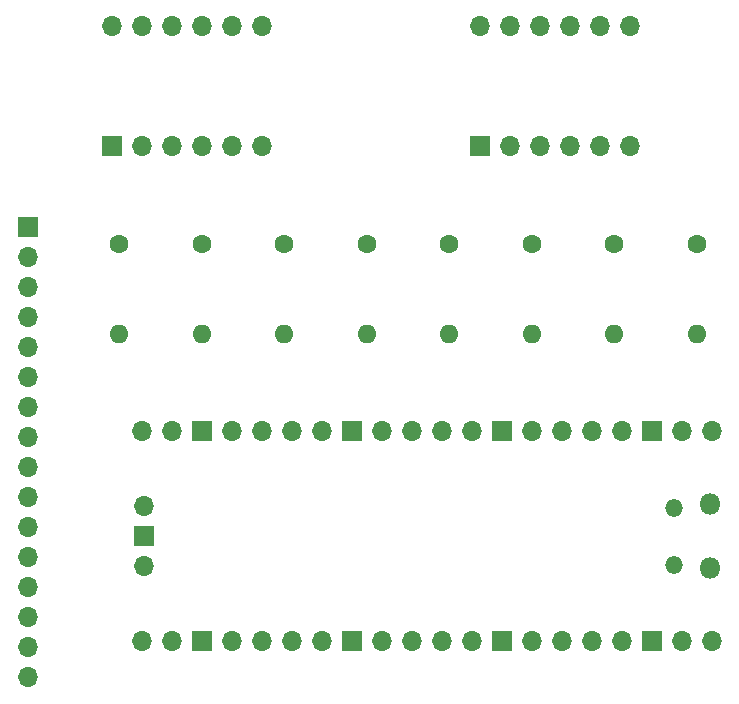
<source format=gbs>
%TF.GenerationSoftware,KiCad,Pcbnew,(6.0.4)*%
%TF.CreationDate,2022-08-14T09:33:53+08:00*%
%TF.ProjectId,led_clock_board,6c65645f-636c-46f6-936b-5f626f617264,rev?*%
%TF.SameCoordinates,Original*%
%TF.FileFunction,Soldermask,Bot*%
%TF.FilePolarity,Negative*%
%FSLAX46Y46*%
G04 Gerber Fmt 4.6, Leading zero omitted, Abs format (unit mm)*
G04 Created by KiCad (PCBNEW (6.0.4)) date 2022-08-14 09:33:53*
%MOMM*%
%LPD*%
G01*
G04 APERTURE LIST*
%ADD10R,1.700000X1.700000*%
%ADD11O,1.700000X1.700000*%
%ADD12C,1.600000*%
%ADD13O,1.600000X1.600000*%
%ADD14O,1.800000X1.800000*%
%ADD15O,1.500000X1.500000*%
G04 APERTURE END LIST*
D10*
%TO.C,LED_SEG2*%
X158225000Y-91440000D03*
D11*
X160765000Y-91440000D03*
X163305000Y-91440000D03*
X165845000Y-91440000D03*
X168385000Y-91440000D03*
X170925000Y-91440000D03*
X170925000Y-81280000D03*
X168385000Y-81280000D03*
X165845000Y-81280000D03*
X163305000Y-81280000D03*
X160765000Y-81280000D03*
X158225000Y-81280000D03*
%TD*%
D12*
%TO.C,R4*%
X155575000Y-99695000D03*
D13*
X155575000Y-107315000D03*
%TD*%
D12*
%TO.C,R3*%
X162560000Y-99695000D03*
D13*
X162560000Y-107315000D03*
%TD*%
D11*
%TO.C,J1*%
X119888000Y-136398000D03*
X119888000Y-133858000D03*
X119888000Y-131318000D03*
X119888000Y-128778000D03*
X119888000Y-126238000D03*
X119888000Y-123698000D03*
X119888000Y-121158000D03*
X119888000Y-118618000D03*
X119888000Y-116078000D03*
X119888000Y-113538000D03*
X119888000Y-110998000D03*
X119888000Y-108458000D03*
X119888000Y-105918000D03*
X119888000Y-103378000D03*
X119888000Y-100838000D03*
D10*
X119888000Y-98298000D03*
%TD*%
D12*
%TO.C,R1*%
X176530000Y-99695000D03*
D13*
X176530000Y-107315000D03*
%TD*%
D12*
%TO.C,R6*%
X141605000Y-99695000D03*
D13*
X141605000Y-107315000D03*
%TD*%
D14*
%TO.C,U1*%
X177670000Y-121735000D03*
D15*
X174640000Y-126885000D03*
X174640000Y-122035000D03*
D14*
X177670000Y-127185000D03*
D11*
X177800000Y-115570000D03*
X175260000Y-115570000D03*
D10*
X172720000Y-115570000D03*
D11*
X170180000Y-115570000D03*
X167640000Y-115570000D03*
X165100000Y-115570000D03*
X162560000Y-115570000D03*
D10*
X160020000Y-115570000D03*
D11*
X157480000Y-115570000D03*
X154940000Y-115570000D03*
X152400000Y-115570000D03*
X149860000Y-115570000D03*
D10*
X147320000Y-115570000D03*
D11*
X144780000Y-115570000D03*
X142240000Y-115570000D03*
X139700000Y-115570000D03*
X137160000Y-115570000D03*
D10*
X134620000Y-115570000D03*
D11*
X132080000Y-115570000D03*
X129540000Y-115570000D03*
X129540000Y-133350000D03*
X132080000Y-133350000D03*
D10*
X134620000Y-133350000D03*
D11*
X137160000Y-133350000D03*
X139700000Y-133350000D03*
X142240000Y-133350000D03*
X144780000Y-133350000D03*
D10*
X147320000Y-133350000D03*
D11*
X149860000Y-133350000D03*
X152400000Y-133350000D03*
X154940000Y-133350000D03*
X157480000Y-133350000D03*
D10*
X160020000Y-133350000D03*
D11*
X162560000Y-133350000D03*
X165100000Y-133350000D03*
X167640000Y-133350000D03*
X170180000Y-133350000D03*
D10*
X172720000Y-133350000D03*
D11*
X175260000Y-133350000D03*
X177800000Y-133350000D03*
X129770000Y-121920000D03*
D10*
X129770000Y-124460000D03*
D11*
X129770000Y-127000000D03*
%TD*%
D12*
%TO.C,R8*%
X127635000Y-99695000D03*
D13*
X127635000Y-107315000D03*
%TD*%
D12*
%TO.C,R7*%
X134620000Y-99695000D03*
D13*
X134620000Y-107315000D03*
%TD*%
D10*
%TO.C,LED_SEG1*%
X127000000Y-91440000D03*
D11*
X129540000Y-91440000D03*
X132080000Y-91440000D03*
X134620000Y-91440000D03*
X137160000Y-91440000D03*
X139700000Y-91440000D03*
X139700000Y-81280000D03*
X137160000Y-81280000D03*
X134620000Y-81280000D03*
X132080000Y-81280000D03*
X129540000Y-81280000D03*
X127000000Y-81280000D03*
%TD*%
D12*
%TO.C,R5*%
X148590000Y-99695000D03*
D13*
X148590000Y-107315000D03*
%TD*%
D12*
%TO.C,R2*%
X169545000Y-99695000D03*
D13*
X169545000Y-107315000D03*
%TD*%
M02*

</source>
